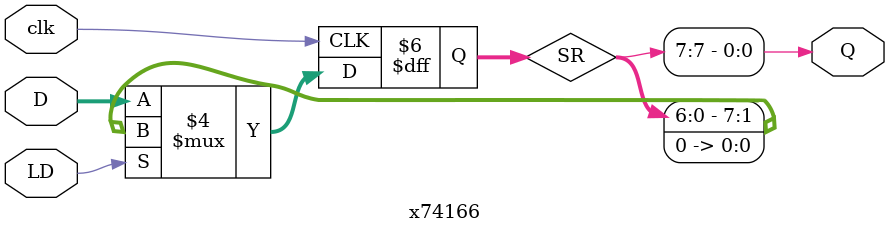
<source format=v>

module x74166(
  input clk,
  input LD,
  input [7:0] D,
  output Q
);

assign Q = SR[7];
reg [7:0] SR;


always @(posedge clk) begin
  if (~LD) SR <= D;
  else SR <= { SR[6:0], 1'b0 };
end

endmodule
</source>
